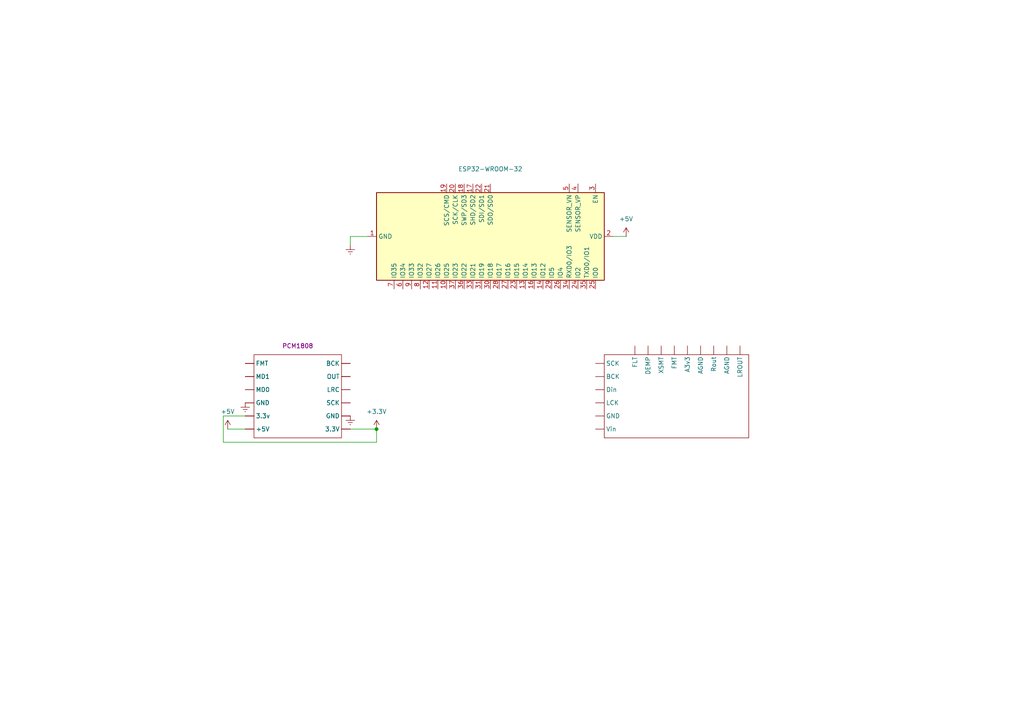
<source format=kicad_sch>
(kicad_sch (version 20250114) (generator "eeschema") (generator_version "9.0")
  (paper "A4")
  (lib_symbols
    (symbol "MySymbols:PCM1808"
      (property "Description" "PCM1808" (at -0.254 0 0))
      (symbol "PCM1808_0_1"
        (rectangle (start -12.7 12.7) (end 12.7 -11.43))
      )
      (symbol "PCM1808_1_1"
        (pin input line (at -15.24 10.16 0) (length 2.54) (name "FMT") (number ""))
        (pin input line (at -15.24 6.35 0) (length 2.54) (name "MD1") (number ""))
        (pin input line (at -15.24 2.54 0) (length 2.54) (name "MD0") (number ""))
        (pin passive line (at -15.24 -1.27 0) (length 2.54) (name "GND") (number ""))
        (pin power_in line (at -15.24 -5.08 0) (length 2.54) (name "3.3v") (number ""))
        (pin power_in line (at -15.24 -8.89 0) (length 2.54) (name "+5V") (number ""))
        (pin output line (at 15.24 10.16 180) (length 2.54) (name "BCK") (number ""))
        (pin output line (at 15.24 6.35 180) (length 2.54) (name "OUT") (number ""))
        (pin output line (at 15.24 2.54 180) (length 2.54) (name "LRC") (number ""))
        (pin output line (at 15.24 -1.27 180) (length 2.54) (name "SCK") (number ""))
        (pin passive line (at 15.24 -5.08 180) (length 2.54) (name "GND") (number ""))
        (pin power_in line (at 15.24 -8.89 180) (length 2.54) (name "3.3V") (number ""))
      )
    )
    (symbol "MySymbols:PCM5102-modul"
      (symbol "PCM5102-modul_0_1"
        (rectangle (start -13.97 12.7) (end 27.94 -11.43))
      )
      (symbol "PCM5102-modul_1_1"
        (pin output line (at -16.51 10.16 0) (length 2.54) (name "SCK") (number ""))
        (pin output line (at -16.51 6.35 0) (length 2.54) (name "BCK") (number ""))
        (pin input line (at -16.51 2.54 0) (length 2.54) (name "Din") (number ""))
        (pin output line (at -16.51 -1.27 0) (length 2.54) (name "LCK") (number ""))
        (pin passive line (at -16.51 -5.08 0) (length 2.54) (name "GND") (number ""))
        (pin power_in line (at -16.51 -8.89 0) (length 2.54) (name "Vin") (number ""))
        (pin input line (at -5.08 15.24 270) (length 2.54) (name "FLT") (number ""))
        (pin input line (at -1.27 15.24 270) (length 2.54) (name "DEMP") (number ""))
        (pin input line (at 2.54 15.24 270) (length 2.54) (name "XSMT") (number ""))
        (pin input line (at 6.35 15.24 270) (length 2.54) (name "FMT") (number ""))
        (pin input line (at 10.16 15.24 270) (length 2.54) (name "A3v3") (number ""))
        (pin passive line (at 13.97 15.24 270) (length 2.54) (name "AGND") (number ""))
        (pin passive line (at 17.78 15.24 270) (length 2.54) (name "Rout") (number ""))
        (pin passive line (at 21.59 15.24 270) (length 2.54) (name "AGND") (number ""))
        (pin output line (at 25.4 15.24 270) (length 2.54) (name "LROUT") (number ""))
      )
    )
    (symbol "RF_Module:ESP32-WROOM-32"
      (property "Reference" "U" (at -12.7 34.29 0))
      (property "Value" "ESP32-WROOM-32" (at 1.27 34.29 0))
      (symbol "ESP32-WROOM-32_0_1"
        (rectangle (start -12.7 33.02) (end 12.7 -33.02) (stroke (width 0.254)) (fill (type background)))
      )
      (symbol "ESP32-WROOM-32_1_1"
        (pin input line (at -15.24 30.48 0) (length 2.54) (name "EN") (number "3"))
        (pin input line (at -15.24 25.4 0) (length 2.54) (name "SENSOR_VP") (number "4"))
        (pin input line (at -15.24 22.86 0) (length 2.54) (name "SENSOR_VN") (number "5"))
        (pin bidirectional line (at -15.24 0 0) (length 2.54) (name "SDO/SD0") (number "21"))
        (pin bidirectional line (at -15.24 -2.54 0) (length 2.54) (name "SDI/SD1") (number "22"))
        (pin bidirectional line (at -15.24 -5.08 0) (length 2.54) (name "SHD/SD2") (number "17"))
        (pin bidirectional line (at -15.24 -7.62 0) (length 2.54) (name "SWP/SD3") (number "18"))
        (pin bidirectional line (at -15.24 -10.16 0) (length 2.54) (name "SCK/CLK") (number "20"))
        (pin bidirectional line (at -15.24 -12.7 0) (length 2.54) (name "SCS/CMD") (number "19"))
        (pin no_connect line (at -12.7 -27.94 0) (length 2.54) (hide yes) (name "NC") (number "32"))
        (pin power_in line (at 0 35.56 270) (length 2.54) (name "VDD") (number "2"))
        (pin power_in line (at 0 -35.56 90) (length 2.54) (name "GND") (number "1"))
        (pin passive line (at 0 -35.56 90) (length 2.54) (hide yes) (name "GND") (number "15"))
        (pin passive line (at 0 -35.56 90) (length 2.54) (hide yes) (name "GND") (number "38"))
        (pin passive line (at 0 -35.56 90) (length 2.54) (hide yes) (name "GND") (number "39"))
        (pin bidirectional line (at 15.24 30.48 180) (length 2.54) (name "IO0") (number "25"))
        (pin bidirectional line (at 15.24 27.94 180) (length 2.54) (name "TXD0/IO1") (number "35"))
        (pin bidirectional line (at 15.24 25.4 180) (length 2.54) (name "IO2") (number "24"))
        (pin bidirectional line (at 15.24 22.86 180) (length 2.54) (name "RXD0/IO3") (number "34"))
        (pin bidirectional line (at 15.24 20.32 180) (length 2.54) (name "IO4") (number "26"))
        (pin bidirectional line (at 15.24 17.78 180) (length 2.54) (name "IO5") (number "29"))
        (pin bidirectional line (at 15.24 15.24 180) (length 2.54) (name "IO12") (number "14"))
        (pin bidirectional line (at 15.24 12.7 180) (length 2.54) (name "IO13") (number "16"))
        (pin bidirectional line (at 15.24 10.16 180) (length 2.54) (name "IO14") (number "13"))
        (pin bidirectional line (at 15.24 7.62 180) (length 2.54) (name "IO15") (number "23"))
        (pin bidirectional line (at 15.24 5.08 180) (length 2.54) (name "IO16") (number "27"))
        (pin bidirectional line (at 15.24 2.54 180) (length 2.54) (name "IO17") (number "28"))
        (pin bidirectional line (at 15.24 0 180) (length 2.54) (name "IO18") (number "30"))
        (pin bidirectional line (at 15.24 -2.54 180) (length 2.54) (name "IO19") (number "31"))
        (pin bidirectional line (at 15.24 -5.08 180) (length 2.54) (name "IO21") (number "33"))
        (pin bidirectional line (at 15.24 -7.62 180) (length 2.54) (name "IO22") (number "36"))
        (pin bidirectional line (at 15.24 -10.16 180) (length 2.54) (name "IO23") (number "37"))
        (pin bidirectional line (at 15.24 -12.7 180) (length 2.54) (name "IO25") (number "10"))
        (pin bidirectional line (at 15.24 -15.24 180) (length 2.54) (name "IO26") (number "11"))
        (pin bidirectional line (at 15.24 -17.78 180) (length 2.54) (name "IO27") (number "12"))
        (pin bidirectional line (at 15.24 -20.32 180) (length 2.54) (name "IO32") (number "8"))
        (pin bidirectional line (at 15.24 -22.86 180) (length 2.54) (name "IO33") (number "9"))
        (pin input line (at 15.24 -25.4 180) (length 2.54) (name "IO34") (number "6"))
        (pin input line (at 15.24 -27.94 180) (length 2.54) (name "IO35") (number "7"))
      )
    )
    (symbol "power:+3.3V" (power) (pin_numbers (hide yes)) (pin_names (offset 0) (hide yes))
      (property "Value" "+3.3V" (at 0 3.556 0))
      (symbol "+3.3V_0_1"
        (polyline (pts (xy -0.762 1.27) (xy 0 2.54)))
        (polyline (pts (xy 0 2.54) (xy 0.762 1.27)))
        (polyline (pts (xy 0 0) (xy 0 2.54)))
      )
      (symbol "+3.3V_1_1"
        (pin power_in line (at 0 0 90) (length 0) (name "~") (number "1"))
      )
    )
    (symbol "power:+5V" (power) (pin_numbers (hide yes)) (pin_names (offset 0) (hide yes))
      (property "Value" "+5V" (at 0 3.556 0))
      (symbol "+5V_0_1"
        (polyline (pts (xy -0.762 1.27) (xy 0 2.54)))
        (polyline (pts (xy 0 2.54) (xy 0.762 1.27)))
        (polyline (pts (xy 0 0) (xy 0 2.54)))
      )
      (symbol "+5V_1_1"
        (pin power_in line (at 0 0 90) (length 0) (name "~") (number "1"))
      )
    )
    (symbol "power:GNDREF" (power) (pin_numbers (hide yes)) (pin_names (offset 0) (hide yes))
      (property "Value" "GNDREF" (at 0 -3.81 0))
      (symbol "GNDREF_0_1"
        (polyline (pts (xy -0.635 -1.905) (xy 0.635 -1.905)))
        (polyline (pts (xy -0.127 -2.54) (xy 0.127 -2.54)))
        (polyline (pts (xy 0 -1.27) (xy 0 0)))
        (polyline (pts (xy 1.27 -1.27) (xy -1.27 -1.27)))
      )
      (symbol "GNDREF_1_1"
        (pin power_in line (at 0 0 270) (length 0) (name "~") (number "1"))
      )
    )
  )
  (junction (at 109.22 124.46))
  (wire (pts (xy 101.6 68.58) (xy 101.6 71.12)))
  (wire (pts (xy 66.04 124.46) (xy 71.12 124.46)))
  (wire (pts (xy 109.22 124.46) (xy 101.6 124.46)))
  (wire (pts (xy 64.77 120.65) (xy 64.77 128.27)))
  (wire (pts (xy 106.68 68.58) (xy 101.6 68.58)))
  (wire (pts (xy 71.12 120.65) (xy 64.77 120.65)))
  (wire (pts (xy 177.8 68.58) (xy 181.61 68.58)))
  (wire (pts (xy 64.77 128.27) (xy 109.22 128.27)))
  (wire (pts (xy 109.22 128.27) (xy 109.22 124.46)))
  (symbol (lib_id "power:+5V") (at 66.04 124.46 0) (unit 1)
    (property "Reference" "#PWR05" (effects (hide yes)))
    (property "Value" "+5V" (at 66.04 119.38 0))
    (property "Description" "Power symbol creates a global label with name \"+5V\"" (effects (hide yes)))
  )
  (symbol (lib_id "power:GNDREF") (at 71.12 116.84 0) (unit 1)
    (property "Reference" "#PWR07" (effects (hide yes)))
    (property "Description" "Power symbol creates a global label with name \"GNDREF\" , reference supply ground" (effects (hide yes)))
  )
  (symbol (lib_id "RF_Module:ESP32-WROOM-32") (at 142.24 68.58 270) (unit 1)
    (property "Reference" "U1" (effects (hide yes)))
    (property "Value" "ESP32-WROOM-32" (at 142.24 49.022 90))
    (property "Footprint" "RF_Module:ESP32-WROOM-32" (effects (hide yes)))
    (property "Datasheet" "https://www.espressif.com/sites/default/files/documentation/esp32-wroom-32_datasheet_en.pdf" (effects (hide yes)))
    (property "Description" "RF Module, ESP32-D0WDQ6 SoC, Wi-Fi 802.11b/g/n, Bluetooth, BLE, 32-bit, 2.7-3.6V, onboard antenna, SMD" (effects (hide yes)))
  )
  (symbol (lib_id "power:GNDREF") (at 101.6 71.12 0) (unit 1)
    (property "Reference" "#PWR03" (effects (hide yes)))
    (property "Description" "Power symbol creates a global label with name \"GNDREF\" , reference supply ground" (effects (hide yes)))
  )
  (symbol (lib_id "power:+3.3V") (at 109.22 124.46 0) (unit 1)
    (property "Reference" "#PWR02" (effects (hide yes)))
    (property "Value" "+3.3V" (at 109.22 119.38 0))
    (property "Description" "Power symbol creates a global label with name \"+3.3V\"" (effects (hide yes)))
  )
  (symbol (lib_id "power:GNDREF") (at 101.6 120.65 0) (unit 1)
    (property "Reference" "#PWR06" (effects (hide yes)))
    (property "Description" "Power symbol creates a global label with name \"GNDREF\" , reference supply ground" (effects (hide yes)))
  )
  (symbol (lib_id "MySymbols:PCM5102-modul") (at 189.23 115.57 0) (unit 1)
    (property "Reference" "1" (effects (hide yes)))
    (property "Description" "PCM5012" (effects (hide yes)))
  )
  (symbol (lib_id "MySymbols:PCM1808") (at 86.36 115.57 0) (unit 1)
    (property "Reference" "U2" (effects (hide yes)))
    (property "Value" "PCM1808" (effects (hide yes)))
    (property "Footprint" "Package_SO:TSSOP-30_4.4x7.8mm_P0.5mm" (effects (hide yes)))
    (property "Datasheet" "https://www.ti.com/lit/ds/symlink/pcm1860.pdf" (effects (hide yes)))
    (property "Description" "PCM1808" (at 86.36 100.33 0))
  )
  (symbol (lib_id "power:+5V") (at 181.61 68.58 0) (unit 1)
    (property "Reference" "#PWR04" (effects (hide yes)))
    (property "Value" "+5V" (at 181.61 63.5 0))
    (property "Description" "Power symbol creates a global label with name \"+5V\"" (effects (hide yes)))
  )
)
</source>
